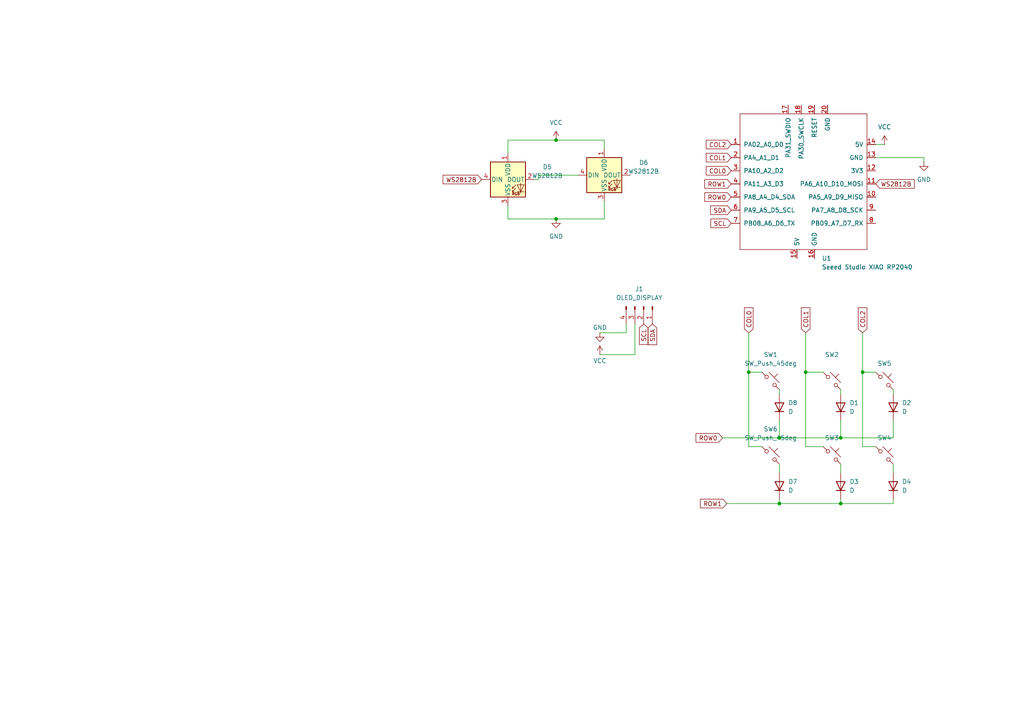
<source format=kicad_sch>
(kicad_sch
	(version 20250114)
	(generator "eeschema")
	(generator_version "9.0")
	(uuid "a86c7766-eda3-4d4e-9330-a791bcbcbf81")
	(paper "A4")
	(lib_symbols
		(symbol "Connector:Conn_01x04_Pin"
			(pin_names
				(offset 1.016)
				(hide yes)
			)
			(exclude_from_sim no)
			(in_bom yes)
			(on_board yes)
			(property "Reference" "J"
				(at 0 5.08 0)
				(effects
					(font
						(size 1.27 1.27)
					)
				)
			)
			(property "Value" "Conn_01x04_Pin"
				(at 0 -7.62 0)
				(effects
					(font
						(size 1.27 1.27)
					)
				)
			)
			(property "Footprint" ""
				(at 0 0 0)
				(effects
					(font
						(size 1.27 1.27)
					)
					(hide yes)
				)
			)
			(property "Datasheet" "~"
				(at 0 0 0)
				(effects
					(font
						(size 1.27 1.27)
					)
					(hide yes)
				)
			)
			(property "Description" "Generic connector, single row, 01x04, script generated"
				(at 0 0 0)
				(effects
					(font
						(size 1.27 1.27)
					)
					(hide yes)
				)
			)
			(property "ki_locked" ""
				(at 0 0 0)
				(effects
					(font
						(size 1.27 1.27)
					)
				)
			)
			(property "ki_keywords" "connector"
				(at 0 0 0)
				(effects
					(font
						(size 1.27 1.27)
					)
					(hide yes)
				)
			)
			(property "ki_fp_filters" "Connector*:*_1x??_*"
				(at 0 0 0)
				(effects
					(font
						(size 1.27 1.27)
					)
					(hide yes)
				)
			)
			(symbol "Conn_01x04_Pin_1_1"
				(rectangle
					(start 0.8636 2.667)
					(end 0 2.413)
					(stroke
						(width 0.1524)
						(type default)
					)
					(fill
						(type outline)
					)
				)
				(rectangle
					(start 0.8636 0.127)
					(end 0 -0.127)
					(stroke
						(width 0.1524)
						(type default)
					)
					(fill
						(type outline)
					)
				)
				(rectangle
					(start 0.8636 -2.413)
					(end 0 -2.667)
					(stroke
						(width 0.1524)
						(type default)
					)
					(fill
						(type outline)
					)
				)
				(rectangle
					(start 0.8636 -4.953)
					(end 0 -5.207)
					(stroke
						(width 0.1524)
						(type default)
					)
					(fill
						(type outline)
					)
				)
				(polyline
					(pts
						(xy 1.27 2.54) (xy 0.8636 2.54)
					)
					(stroke
						(width 0.1524)
						(type default)
					)
					(fill
						(type none)
					)
				)
				(polyline
					(pts
						(xy 1.27 0) (xy 0.8636 0)
					)
					(stroke
						(width 0.1524)
						(type default)
					)
					(fill
						(type none)
					)
				)
				(polyline
					(pts
						(xy 1.27 -2.54) (xy 0.8636 -2.54)
					)
					(stroke
						(width 0.1524)
						(type default)
					)
					(fill
						(type none)
					)
				)
				(polyline
					(pts
						(xy 1.27 -5.08) (xy 0.8636 -5.08)
					)
					(stroke
						(width 0.1524)
						(type default)
					)
					(fill
						(type none)
					)
				)
				(pin passive line
					(at 5.08 2.54 180)
					(length 3.81)
					(name "Pin_1"
						(effects
							(font
								(size 1.27 1.27)
							)
						)
					)
					(number "1"
						(effects
							(font
								(size 1.27 1.27)
							)
						)
					)
				)
				(pin passive line
					(at 5.08 0 180)
					(length 3.81)
					(name "Pin_2"
						(effects
							(font
								(size 1.27 1.27)
							)
						)
					)
					(number "2"
						(effects
							(font
								(size 1.27 1.27)
							)
						)
					)
				)
				(pin passive line
					(at 5.08 -2.54 180)
					(length 3.81)
					(name "Pin_3"
						(effects
							(font
								(size 1.27 1.27)
							)
						)
					)
					(number "3"
						(effects
							(font
								(size 1.27 1.27)
							)
						)
					)
				)
				(pin passive line
					(at 5.08 -5.08 180)
					(length 3.81)
					(name "Pin_4"
						(effects
							(font
								(size 1.27 1.27)
							)
						)
					)
					(number "4"
						(effects
							(font
								(size 1.27 1.27)
							)
						)
					)
				)
			)
			(embedded_fonts no)
		)
		(symbol "Device:D"
			(pin_numbers
				(hide yes)
			)
			(pin_names
				(offset 1.016)
				(hide yes)
			)
			(exclude_from_sim no)
			(in_bom yes)
			(on_board yes)
			(property "Reference" "D"
				(at 0 2.54 0)
				(effects
					(font
						(size 1.27 1.27)
					)
				)
			)
			(property "Value" "D"
				(at 0 -2.54 0)
				(effects
					(font
						(size 1.27 1.27)
					)
				)
			)
			(property "Footprint" ""
				(at 0 0 0)
				(effects
					(font
						(size 1.27 1.27)
					)
					(hide yes)
				)
			)
			(property "Datasheet" "~"
				(at 0 0 0)
				(effects
					(font
						(size 1.27 1.27)
					)
					(hide yes)
				)
			)
			(property "Description" "Diode"
				(at 0 0 0)
				(effects
					(font
						(size 1.27 1.27)
					)
					(hide yes)
				)
			)
			(property "Sim.Device" "D"
				(at 0 0 0)
				(effects
					(font
						(size 1.27 1.27)
					)
					(hide yes)
				)
			)
			(property "Sim.Pins" "1=K 2=A"
				(at 0 0 0)
				(effects
					(font
						(size 1.27 1.27)
					)
					(hide yes)
				)
			)
			(property "ki_keywords" "diode"
				(at 0 0 0)
				(effects
					(font
						(size 1.27 1.27)
					)
					(hide yes)
				)
			)
			(property "ki_fp_filters" "TO-???* *_Diode_* *SingleDiode* D_*"
				(at 0 0 0)
				(effects
					(font
						(size 1.27 1.27)
					)
					(hide yes)
				)
			)
			(symbol "D_0_1"
				(polyline
					(pts
						(xy -1.27 1.27) (xy -1.27 -1.27)
					)
					(stroke
						(width 0.254)
						(type default)
					)
					(fill
						(type none)
					)
				)
				(polyline
					(pts
						(xy 1.27 1.27) (xy 1.27 -1.27) (xy -1.27 0) (xy 1.27 1.27)
					)
					(stroke
						(width 0.254)
						(type default)
					)
					(fill
						(type none)
					)
				)
				(polyline
					(pts
						(xy 1.27 0) (xy -1.27 0)
					)
					(stroke
						(width 0)
						(type default)
					)
					(fill
						(type none)
					)
				)
			)
			(symbol "D_1_1"
				(pin passive line
					(at -3.81 0 0)
					(length 2.54)
					(name "K"
						(effects
							(font
								(size 1.27 1.27)
							)
						)
					)
					(number "1"
						(effects
							(font
								(size 1.27 1.27)
							)
						)
					)
				)
				(pin passive line
					(at 3.81 0 180)
					(length 2.54)
					(name "A"
						(effects
							(font
								(size 1.27 1.27)
							)
						)
					)
					(number "2"
						(effects
							(font
								(size 1.27 1.27)
							)
						)
					)
				)
			)
			(embedded_fonts no)
		)
		(symbol "LED:WS2812B"
			(pin_names
				(offset 0.254)
			)
			(exclude_from_sim no)
			(in_bom yes)
			(on_board yes)
			(property "Reference" "D"
				(at 5.08 5.715 0)
				(effects
					(font
						(size 1.27 1.27)
					)
					(justify right bottom)
				)
			)
			(property "Value" "WS2812B"
				(at 1.27 -5.715 0)
				(effects
					(font
						(size 1.27 1.27)
					)
					(justify left top)
				)
			)
			(property "Footprint" "LED_SMD:LED_WS2812B_PLCC4_5.0x5.0mm_P3.2mm"
				(at 1.27 -7.62 0)
				(effects
					(font
						(size 1.27 1.27)
					)
					(justify left top)
					(hide yes)
				)
			)
			(property "Datasheet" "https://cdn-shop.adafruit.com/datasheets/WS2812B.pdf"
				(at 2.54 -9.525 0)
				(effects
					(font
						(size 1.27 1.27)
					)
					(justify left top)
					(hide yes)
				)
			)
			(property "Description" "RGB LED with integrated controller"
				(at 0 0 0)
				(effects
					(font
						(size 1.27 1.27)
					)
					(hide yes)
				)
			)
			(property "ki_keywords" "RGB LED NeoPixel addressable"
				(at 0 0 0)
				(effects
					(font
						(size 1.27 1.27)
					)
					(hide yes)
				)
			)
			(property "ki_fp_filters" "LED*WS2812*PLCC*5.0x5.0mm*P3.2mm*"
				(at 0 0 0)
				(effects
					(font
						(size 1.27 1.27)
					)
					(hide yes)
				)
			)
			(symbol "WS2812B_0_0"
				(text "RGB"
					(at 2.286 -4.191 0)
					(effects
						(font
							(size 0.762 0.762)
						)
					)
				)
			)
			(symbol "WS2812B_0_1"
				(polyline
					(pts
						(xy 1.27 -2.54) (xy 1.778 -2.54)
					)
					(stroke
						(width 0)
						(type default)
					)
					(fill
						(type none)
					)
				)
				(polyline
					(pts
						(xy 1.27 -3.556) (xy 1.778 -3.556)
					)
					(stroke
						(width 0)
						(type default)
					)
					(fill
						(type none)
					)
				)
				(polyline
					(pts
						(xy 2.286 -1.524) (xy 1.27 -2.54) (xy 1.27 -2.032)
					)
					(stroke
						(width 0)
						(type default)
					)
					(fill
						(type none)
					)
				)
				(polyline
					(pts
						(xy 2.286 -2.54) (xy 1.27 -3.556) (xy 1.27 -3.048)
					)
					(stroke
						(width 0)
						(type default)
					)
					(fill
						(type none)
					)
				)
				(polyline
					(pts
						(xy 3.683 -1.016) (xy 3.683 -3.556) (xy 3.683 -4.064)
					)
					(stroke
						(width 0)
						(type default)
					)
					(fill
						(type none)
					)
				)
				(polyline
					(pts
						(xy 4.699 -1.524) (xy 2.667 -1.524) (xy 3.683 -3.556) (xy 4.699 -1.524)
					)
					(stroke
						(width 0)
						(type default)
					)
					(fill
						(type none)
					)
				)
				(polyline
					(pts
						(xy 4.699 -3.556) (xy 2.667 -3.556)
					)
					(stroke
						(width 0)
						(type default)
					)
					(fill
						(type none)
					)
				)
				(rectangle
					(start 5.08 5.08)
					(end -5.08 -5.08)
					(stroke
						(width 0.254)
						(type default)
					)
					(fill
						(type background)
					)
				)
			)
			(symbol "WS2812B_1_1"
				(pin input line
					(at -7.62 0 0)
					(length 2.54)
					(name "DIN"
						(effects
							(font
								(size 1.27 1.27)
							)
						)
					)
					(number "4"
						(effects
							(font
								(size 1.27 1.27)
							)
						)
					)
				)
				(pin power_in line
					(at 0 7.62 270)
					(length 2.54)
					(name "VDD"
						(effects
							(font
								(size 1.27 1.27)
							)
						)
					)
					(number "1"
						(effects
							(font
								(size 1.27 1.27)
							)
						)
					)
				)
				(pin power_in line
					(at 0 -7.62 90)
					(length 2.54)
					(name "VSS"
						(effects
							(font
								(size 1.27 1.27)
							)
						)
					)
					(number "3"
						(effects
							(font
								(size 1.27 1.27)
							)
						)
					)
				)
				(pin output line
					(at 7.62 0 180)
					(length 2.54)
					(name "DOUT"
						(effects
							(font
								(size 1.27 1.27)
							)
						)
					)
					(number "2"
						(effects
							(font
								(size 1.27 1.27)
							)
						)
					)
				)
			)
			(embedded_fonts no)
		)
		(symbol "Seeed_Studio_XIAO_Series:Seeed Studio XIAO SAMD21"
			(pin_names
				(offset 1.016)
			)
			(exclude_from_sim no)
			(in_bom yes)
			(on_board yes)
			(property "Reference" "U"
				(at -19.05 22.86 0)
				(effects
					(font
						(size 1.27 1.27)
					)
				)
			)
			(property "Value" "Seeed Studio XIAO SAMD21"
				(at -12.7 21.59 0)
				(effects
					(font
						(size 1.27 1.27)
					)
				)
			)
			(property "Footprint" ""
				(at -8.89 5.08 0)
				(effects
					(font
						(size 1.27 1.27)
					)
					(hide yes)
				)
			)
			(property "Datasheet" ""
				(at -8.89 5.08 0)
				(effects
					(font
						(size 1.27 1.27)
					)
					(hide yes)
				)
			)
			(property "Description" ""
				(at 0 0 0)
				(effects
					(font
						(size 1.27 1.27)
					)
					(hide yes)
				)
			)
			(symbol "Seeed Studio XIAO SAMD21_0_1"
				(rectangle
					(start -19.05 20.32)
					(end 17.78 -19.05)
					(stroke
						(width 0)
						(type default)
					)
					(fill
						(type none)
					)
				)
			)
			(symbol "Seeed Studio XIAO SAMD21_1_1"
				(pin unspecified line
					(at -21.59 11.43 0)
					(length 2.54)
					(name "PA02_A0_D0"
						(effects
							(font
								(size 1.27 1.27)
							)
						)
					)
					(number "1"
						(effects
							(font
								(size 1.27 1.27)
							)
						)
					)
				)
				(pin unspecified line
					(at -21.59 7.62 0)
					(length 2.54)
					(name "PA4_A1_D1"
						(effects
							(font
								(size 1.27 1.27)
							)
						)
					)
					(number "2"
						(effects
							(font
								(size 1.27 1.27)
							)
						)
					)
				)
				(pin unspecified line
					(at -21.59 3.81 0)
					(length 2.54)
					(name "PA10_A2_D2"
						(effects
							(font
								(size 1.27 1.27)
							)
						)
					)
					(number "3"
						(effects
							(font
								(size 1.27 1.27)
							)
						)
					)
				)
				(pin unspecified line
					(at -21.59 0 0)
					(length 2.54)
					(name "PA11_A3_D3"
						(effects
							(font
								(size 1.27 1.27)
							)
						)
					)
					(number "4"
						(effects
							(font
								(size 1.27 1.27)
							)
						)
					)
				)
				(pin unspecified line
					(at -21.59 -3.81 0)
					(length 2.54)
					(name "PA8_A4_D4_SDA"
						(effects
							(font
								(size 1.27 1.27)
							)
						)
					)
					(number "5"
						(effects
							(font
								(size 1.27 1.27)
							)
						)
					)
				)
				(pin unspecified line
					(at -21.59 -7.62 0)
					(length 2.54)
					(name "PA9_A5_D5_SCL"
						(effects
							(font
								(size 1.27 1.27)
							)
						)
					)
					(number "6"
						(effects
							(font
								(size 1.27 1.27)
							)
						)
					)
				)
				(pin unspecified line
					(at -21.59 -11.43 0)
					(length 2.54)
					(name "PB08_A6_D6_TX"
						(effects
							(font
								(size 1.27 1.27)
							)
						)
					)
					(number "7"
						(effects
							(font
								(size 1.27 1.27)
							)
						)
					)
				)
				(pin input line
					(at -5.08 22.86 270)
					(length 2.54)
					(name "PA31_SWDIO"
						(effects
							(font
								(size 1.27 1.27)
							)
						)
					)
					(number "17"
						(effects
							(font
								(size 1.27 1.27)
							)
						)
					)
				)
				(pin input line
					(at -2.54 -21.59 90)
					(length 2.54)
					(name "5V"
						(effects
							(font
								(size 1.27 1.27)
							)
						)
					)
					(number "15"
						(effects
							(font
								(size 1.27 1.27)
							)
						)
					)
				)
				(pin input line
					(at -1.27 22.86 270)
					(length 2.54)
					(name "PA30_SWCLK"
						(effects
							(font
								(size 1.27 1.27)
							)
						)
					)
					(number "18"
						(effects
							(font
								(size 1.27 1.27)
							)
						)
					)
				)
				(pin input line
					(at 2.54 22.86 270)
					(length 2.54)
					(name "RESET"
						(effects
							(font
								(size 1.27 1.27)
							)
						)
					)
					(number "19"
						(effects
							(font
								(size 1.27 1.27)
							)
						)
					)
				)
				(pin input line
					(at 2.54 -21.59 90)
					(length 2.54)
					(name "GND"
						(effects
							(font
								(size 1.27 1.27)
							)
						)
					)
					(number "16"
						(effects
							(font
								(size 1.27 1.27)
							)
						)
					)
				)
				(pin input line
					(at 6.35 22.86 270)
					(length 2.54)
					(name "GND"
						(effects
							(font
								(size 1.27 1.27)
							)
						)
					)
					(number "20"
						(effects
							(font
								(size 1.27 1.27)
							)
						)
					)
				)
				(pin unspecified line
					(at 20.32 11.43 180)
					(length 2.54)
					(name "5V"
						(effects
							(font
								(size 1.27 1.27)
							)
						)
					)
					(number "14"
						(effects
							(font
								(size 1.27 1.27)
							)
						)
					)
				)
				(pin unspecified line
					(at 20.32 7.62 180)
					(length 2.54)
					(name "GND"
						(effects
							(font
								(size 1.27 1.27)
							)
						)
					)
					(number "13"
						(effects
							(font
								(size 1.27 1.27)
							)
						)
					)
				)
				(pin unspecified line
					(at 20.32 3.81 180)
					(length 2.54)
					(name "3V3"
						(effects
							(font
								(size 1.27 1.27)
							)
						)
					)
					(number "12"
						(effects
							(font
								(size 1.27 1.27)
							)
						)
					)
				)
				(pin unspecified line
					(at 20.32 0 180)
					(length 2.54)
					(name "PA6_A10_D10_MOSI"
						(effects
							(font
								(size 1.27 1.27)
							)
						)
					)
					(number "11"
						(effects
							(font
								(size 1.27 1.27)
							)
						)
					)
				)
				(pin unspecified line
					(at 20.32 -3.81 180)
					(length 2.54)
					(name "PA5_A9_D9_MISO"
						(effects
							(font
								(size 1.27 1.27)
							)
						)
					)
					(number "10"
						(effects
							(font
								(size 1.27 1.27)
							)
						)
					)
				)
				(pin unspecified line
					(at 20.32 -7.62 180)
					(length 2.54)
					(name "PA7_A8_D8_SCK"
						(effects
							(font
								(size 1.27 1.27)
							)
						)
					)
					(number "9"
						(effects
							(font
								(size 1.27 1.27)
							)
						)
					)
				)
				(pin unspecified line
					(at 20.32 -11.43 180)
					(length 2.54)
					(name "PB09_A7_D7_RX"
						(effects
							(font
								(size 1.27 1.27)
							)
						)
					)
					(number "8"
						(effects
							(font
								(size 1.27 1.27)
							)
						)
					)
				)
			)
			(embedded_fonts no)
		)
		(symbol "Switch:SW_Push_45deg"
			(pin_numbers
				(hide yes)
			)
			(pin_names
				(offset 1.016)
				(hide yes)
			)
			(exclude_from_sim no)
			(in_bom yes)
			(on_board yes)
			(property "Reference" "SW"
				(at 3.048 1.016 0)
				(effects
					(font
						(size 1.27 1.27)
					)
					(justify left)
				)
			)
			(property "Value" "SW_Push_45deg"
				(at 0 -3.81 0)
				(effects
					(font
						(size 1.27 1.27)
					)
				)
			)
			(property "Footprint" ""
				(at 0 0 0)
				(effects
					(font
						(size 1.27 1.27)
					)
					(hide yes)
				)
			)
			(property "Datasheet" "~"
				(at 0 0 0)
				(effects
					(font
						(size 1.27 1.27)
					)
					(hide yes)
				)
			)
			(property "Description" "Push button switch, normally open, two pins, 45° tilted"
				(at 0 0 0)
				(effects
					(font
						(size 1.27 1.27)
					)
					(hide yes)
				)
			)
			(property "ki_keywords" "switch normally-open pushbutton push-button"
				(at 0 0 0)
				(effects
					(font
						(size 1.27 1.27)
					)
					(hide yes)
				)
			)
			(symbol "SW_Push_45deg_0_1"
				(polyline
					(pts
						(xy -2.54 2.54) (xy -1.524 1.524) (xy -1.524 1.524)
					)
					(stroke
						(width 0)
						(type default)
					)
					(fill
						(type none)
					)
				)
				(circle
					(center -1.1684 1.1684)
					(radius 0.508)
					(stroke
						(width 0)
						(type default)
					)
					(fill
						(type none)
					)
				)
				(polyline
					(pts
						(xy -0.508 2.54) (xy 2.54 -0.508)
					)
					(stroke
						(width 0)
						(type default)
					)
					(fill
						(type none)
					)
				)
				(polyline
					(pts
						(xy 1.016 1.016) (xy 2.032 2.032)
					)
					(stroke
						(width 0)
						(type default)
					)
					(fill
						(type none)
					)
				)
				(circle
					(center 1.143 -1.1938)
					(radius 0.508)
					(stroke
						(width 0)
						(type default)
					)
					(fill
						(type none)
					)
				)
				(polyline
					(pts
						(xy 1.524 -1.524) (xy 2.54 -2.54) (xy 2.54 -2.54) (xy 2.54 -2.54)
					)
					(stroke
						(width 0)
						(type default)
					)
					(fill
						(type none)
					)
				)
				(pin passive line
					(at -2.54 2.54 0)
					(length 0)
					(name "1"
						(effects
							(font
								(size 1.27 1.27)
							)
						)
					)
					(number "1"
						(effects
							(font
								(size 1.27 1.27)
							)
						)
					)
				)
				(pin passive line
					(at 2.54 -2.54 180)
					(length 0)
					(name "2"
						(effects
							(font
								(size 1.27 1.27)
							)
						)
					)
					(number "2"
						(effects
							(font
								(size 1.27 1.27)
							)
						)
					)
				)
			)
			(embedded_fonts no)
		)
		(symbol "power:GND"
			(power)
			(pin_numbers
				(hide yes)
			)
			(pin_names
				(offset 0)
				(hide yes)
			)
			(exclude_from_sim no)
			(in_bom yes)
			(on_board yes)
			(property "Reference" "#PWR"
				(at 0 -6.35 0)
				(effects
					(font
						(size 1.27 1.27)
					)
					(hide yes)
				)
			)
			(property "Value" "GND"
				(at 0 -3.81 0)
				(effects
					(font
						(size 1.27 1.27)
					)
				)
			)
			(property "Footprint" ""
				(at 0 0 0)
				(effects
					(font
						(size 1.27 1.27)
					)
					(hide yes)
				)
			)
			(property "Datasheet" ""
				(at 0 0 0)
				(effects
					(font
						(size 1.27 1.27)
					)
					(hide yes)
				)
			)
			(property "Description" "Power symbol creates a global label with name \"GND\" , ground"
				(at 0 0 0)
				(effects
					(font
						(size 1.27 1.27)
					)
					(hide yes)
				)
			)
			(property "ki_keywords" "global power"
				(at 0 0 0)
				(effects
					(font
						(size 1.27 1.27)
					)
					(hide yes)
				)
			)
			(symbol "GND_0_1"
				(polyline
					(pts
						(xy 0 0) (xy 0 -1.27) (xy 1.27 -1.27) (xy 0 -2.54) (xy -1.27 -1.27) (xy 0 -1.27)
					)
					(stroke
						(width 0)
						(type default)
					)
					(fill
						(type none)
					)
				)
			)
			(symbol "GND_1_1"
				(pin power_in line
					(at 0 0 270)
					(length 0)
					(name "~"
						(effects
							(font
								(size 1.27 1.27)
							)
						)
					)
					(number "1"
						(effects
							(font
								(size 1.27 1.27)
							)
						)
					)
				)
			)
			(embedded_fonts no)
		)
		(symbol "power:VCC"
			(power)
			(pin_numbers
				(hide yes)
			)
			(pin_names
				(offset 0)
				(hide yes)
			)
			(exclude_from_sim no)
			(in_bom yes)
			(on_board yes)
			(property "Reference" "#PWR"
				(at 0 -3.81 0)
				(effects
					(font
						(size 1.27 1.27)
					)
					(hide yes)
				)
			)
			(property "Value" "VCC"
				(at 0 3.556 0)
				(effects
					(font
						(size 1.27 1.27)
					)
				)
			)
			(property "Footprint" ""
				(at 0 0 0)
				(effects
					(font
						(size 1.27 1.27)
					)
					(hide yes)
				)
			)
			(property "Datasheet" ""
				(at 0 0 0)
				(effects
					(font
						(size 1.27 1.27)
					)
					(hide yes)
				)
			)
			(property "Description" "Power symbol creates a global label with name \"VCC\""
				(at 0 0 0)
				(effects
					(font
						(size 1.27 1.27)
					)
					(hide yes)
				)
			)
			(property "ki_keywords" "global power"
				(at 0 0 0)
				(effects
					(font
						(size 1.27 1.27)
					)
					(hide yes)
				)
			)
			(symbol "VCC_0_1"
				(polyline
					(pts
						(xy -0.762 1.27) (xy 0 2.54)
					)
					(stroke
						(width 0)
						(type default)
					)
					(fill
						(type none)
					)
				)
				(polyline
					(pts
						(xy 0 2.54) (xy 0.762 1.27)
					)
					(stroke
						(width 0)
						(type default)
					)
					(fill
						(type none)
					)
				)
				(polyline
					(pts
						(xy 0 0) (xy 0 2.54)
					)
					(stroke
						(width 0)
						(type default)
					)
					(fill
						(type none)
					)
				)
			)
			(symbol "VCC_1_1"
				(pin power_in line
					(at 0 0 90)
					(length 0)
					(name "~"
						(effects
							(font
								(size 1.27 1.27)
							)
						)
					)
					(number "1"
						(effects
							(font
								(size 1.27 1.27)
							)
						)
					)
				)
			)
			(embedded_fonts no)
		)
	)
	(junction
		(at 226.06 127)
		(diameter 0)
		(color 0 0 0 0)
		(uuid "0b3b8d42-0c64-4313-b03c-49a56cc51447")
	)
	(junction
		(at 161.29 40.64)
		(diameter 0)
		(color 0 0 0 0)
		(uuid "33b3539c-e60e-4085-814b-100f06fcb82a")
	)
	(junction
		(at 161.29 63.5)
		(diameter 0)
		(color 0 0 0 0)
		(uuid "6057b362-6678-47ef-8a43-0c80494af4a6")
	)
	(junction
		(at 250.19 107.95)
		(diameter 0)
		(color 0 0 0 0)
		(uuid "6cb1bada-3d81-4255-8d44-7ce3a90834e0")
	)
	(junction
		(at 217.17 107.95)
		(diameter 0)
		(color 0 0 0 0)
		(uuid "afec5702-824f-407e-844a-785a706506a3")
	)
	(junction
		(at 243.84 146.05)
		(diameter 0)
		(color 0 0 0 0)
		(uuid "b32dfc7e-9986-4e0c-a73d-e94414da1a67")
	)
	(junction
		(at 233.68 107.95)
		(diameter 0)
		(color 0 0 0 0)
		(uuid "d7b28c19-2a10-45fd-a4af-50452d7b4e79")
	)
	(junction
		(at 226.06 146.05)
		(diameter 0)
		(color 0 0 0 0)
		(uuid "df25f098-ede8-48ff-a62e-45bc9aac0537")
	)
	(junction
		(at 243.84 127)
		(diameter 0)
		(color 0 0 0 0)
		(uuid "e303f4d2-3772-4d19-85a3-8d9008d7b0f2")
	)
	(wire
		(pts
			(xy 267.97 46.99) (xy 267.97 45.72)
		)
		(stroke
			(width 0)
			(type default)
		)
		(uuid "07457a9c-44de-460f-a2e6-3954f2d615d5")
	)
	(wire
		(pts
			(xy 173.99 96.52) (xy 181.61 96.52)
		)
		(stroke
			(width 0)
			(type default)
		)
		(uuid "0d8a1e52-b528-43e7-9217-e95ef7365957")
	)
	(wire
		(pts
			(xy 226.06 121.92) (xy 226.06 127)
		)
		(stroke
			(width 0)
			(type default)
		)
		(uuid "12df7085-9c6b-48bc-b298-df53c44961af")
	)
	(wire
		(pts
			(xy 226.06 144.78) (xy 226.06 146.05)
		)
		(stroke
			(width 0)
			(type default)
		)
		(uuid "13d413d7-f375-441b-8a1d-abd5335d9f86")
	)
	(wire
		(pts
			(xy 259.08 121.92) (xy 259.08 127)
		)
		(stroke
			(width 0)
			(type default)
		)
		(uuid "1a2c9e12-d69e-4fac-9404-acdca103b197")
	)
	(wire
		(pts
			(xy 250.19 129.54) (xy 254 129.54)
		)
		(stroke
			(width 0)
			(type default)
		)
		(uuid "1c755f26-41a1-425c-a844-efc151ffc2e8")
	)
	(wire
		(pts
			(xy 175.26 40.64) (xy 161.29 40.64)
		)
		(stroke
			(width 0)
			(type default)
		)
		(uuid "218b02f0-f237-4925-ac42-74977bf63c3d")
	)
	(wire
		(pts
			(xy 226.06 127) (xy 243.84 127)
		)
		(stroke
			(width 0)
			(type default)
		)
		(uuid "2b8f12db-da3b-4e54-92ff-368e541f19a2")
	)
	(wire
		(pts
			(xy 210.82 146.05) (xy 226.06 146.05)
		)
		(stroke
			(width 0)
			(type default)
		)
		(uuid "3c60c0ff-607e-448b-8f26-78c485297200")
	)
	(wire
		(pts
			(xy 226.06 134.62) (xy 226.06 137.16)
		)
		(stroke
			(width 0)
			(type default)
		)
		(uuid "44e9246f-b69d-475d-96b7-8a601d89cfb8")
	)
	(wire
		(pts
			(xy 254 45.72) (xy 267.97 45.72)
		)
		(stroke
			(width 0)
			(type default)
		)
		(uuid "45709c8b-f6a5-4b9d-98d2-d05ab2b2f1cb")
	)
	(wire
		(pts
			(xy 243.84 121.92) (xy 243.84 127)
		)
		(stroke
			(width 0)
			(type default)
		)
		(uuid "5a33e39b-5627-4f0e-b57b-41278b614275")
	)
	(wire
		(pts
			(xy 147.32 40.64) (xy 161.29 40.64)
		)
		(stroke
			(width 0)
			(type default)
		)
		(uuid "5e621c99-dfe9-45b7-98ff-dcd1e77d9ca6")
	)
	(wire
		(pts
			(xy 147.32 63.5) (xy 161.29 63.5)
		)
		(stroke
			(width 0)
			(type default)
		)
		(uuid "60f54c2a-ecad-4026-b9a2-c725f9d1a7b8")
	)
	(wire
		(pts
			(xy 254 41.91) (xy 256.54 41.91)
		)
		(stroke
			(width 0)
			(type default)
		)
		(uuid "6457f061-2a2e-413e-ae1c-4e9aaffe3206")
	)
	(wire
		(pts
			(xy 259.08 146.05) (xy 259.08 144.78)
		)
		(stroke
			(width 0)
			(type default)
		)
		(uuid "71f6c601-d6bf-490a-b1e9-84d1521651d4")
	)
	(wire
		(pts
			(xy 243.84 144.78) (xy 243.84 146.05)
		)
		(stroke
			(width 0)
			(type default)
		)
		(uuid "7abfbf8e-94d4-4e94-a863-289a7fc2a827")
	)
	(wire
		(pts
			(xy 233.68 129.54) (xy 238.76 129.54)
		)
		(stroke
			(width 0)
			(type default)
		)
		(uuid "7bf46e4f-e0c7-44fa-9f4f-9f258f3554ab")
	)
	(wire
		(pts
			(xy 250.19 107.95) (xy 250.19 96.52)
		)
		(stroke
			(width 0)
			(type default)
		)
		(uuid "7cfa4cdf-ee4f-4442-9d43-f1cc4d1138e3")
	)
	(wire
		(pts
			(xy 243.84 146.05) (xy 259.08 146.05)
		)
		(stroke
			(width 0)
			(type default)
		)
		(uuid "7df91597-4a49-4da0-88bb-37625a3f547b")
	)
	(wire
		(pts
			(xy 220.98 129.54) (xy 217.17 129.54)
		)
		(stroke
			(width 0)
			(type default)
		)
		(uuid "873d47ba-b9e9-45e4-88c8-48e9d9e53856")
	)
	(wire
		(pts
			(xy 181.61 96.52) (xy 181.61 93.98)
		)
		(stroke
			(width 0)
			(type default)
		)
		(uuid "87a1fcd6-66be-4c92-ae01-96fe63bc7981")
	)
	(wire
		(pts
			(xy 250.19 107.95) (xy 254 107.95)
		)
		(stroke
			(width 0)
			(type default)
		)
		(uuid "88d71b37-a300-48d2-9765-956d1d805912")
	)
	(wire
		(pts
			(xy 233.68 107.95) (xy 238.76 107.95)
		)
		(stroke
			(width 0)
			(type default)
		)
		(uuid "9d73fc29-56e3-4834-9b72-0440b52db454")
	)
	(wire
		(pts
			(xy 147.32 40.64) (xy 147.32 44.45)
		)
		(stroke
			(width 0)
			(type default)
		)
		(uuid "a0235988-e570-4757-8c67-caac3d2c6bfa")
	)
	(wire
		(pts
			(xy 175.26 40.64) (xy 175.26 43.18)
		)
		(stroke
			(width 0)
			(type default)
		)
		(uuid "a1ce6e47-f1b0-4fc0-98be-687e1b41ae96")
	)
	(wire
		(pts
			(xy 156.21 52.07) (xy 156.21 50.8)
		)
		(stroke
			(width 0)
			(type default)
		)
		(uuid "a1d802dd-5a5b-43bf-b646-c3ef67caccf8")
	)
	(wire
		(pts
			(xy 233.68 107.95) (xy 233.68 129.54)
		)
		(stroke
			(width 0)
			(type default)
		)
		(uuid "a657496e-1117-4da8-87b6-e07f1d5a3418")
	)
	(wire
		(pts
			(xy 233.68 96.52) (xy 233.68 107.95)
		)
		(stroke
			(width 0)
			(type default)
		)
		(uuid "b32ce479-fc1e-4453-918d-793a058aecb5")
	)
	(wire
		(pts
			(xy 156.21 50.8) (xy 167.64 50.8)
		)
		(stroke
			(width 0)
			(type default)
		)
		(uuid "b8404acd-c86f-4bf1-915f-b87c9b4ecc40")
	)
	(wire
		(pts
			(xy 243.84 127) (xy 259.08 127)
		)
		(stroke
			(width 0)
			(type default)
		)
		(uuid "bd10c945-9a6d-4a48-b465-aef9d516727b")
	)
	(wire
		(pts
			(xy 243.84 137.16) (xy 243.84 134.62)
		)
		(stroke
			(width 0)
			(type default)
		)
		(uuid "c0dcd571-0584-4b0f-b26d-efe415ab8d1f")
	)
	(wire
		(pts
			(xy 250.19 107.95) (xy 250.19 129.54)
		)
		(stroke
			(width 0)
			(type default)
		)
		(uuid "c2904070-b3ff-456a-9b92-172a9029b5d2")
	)
	(wire
		(pts
			(xy 175.26 58.42) (xy 175.26 63.5)
		)
		(stroke
			(width 0)
			(type default)
		)
		(uuid "c2c2e6e0-372f-4996-883c-09e79c444206")
	)
	(wire
		(pts
			(xy 217.17 107.95) (xy 217.17 129.54)
		)
		(stroke
			(width 0)
			(type default)
		)
		(uuid "c324ea24-1334-4c01-89af-142acd83bca8")
	)
	(wire
		(pts
			(xy 154.94 52.07) (xy 156.21 52.07)
		)
		(stroke
			(width 0)
			(type default)
		)
		(uuid "c67c9eeb-7d29-421b-b9eb-4e0091e543c5")
	)
	(wire
		(pts
			(xy 209.55 127) (xy 226.06 127)
		)
		(stroke
			(width 0)
			(type default)
		)
		(uuid "c6d072b0-29eb-4b15-9dc6-66cbc689c265")
	)
	(wire
		(pts
			(xy 217.17 107.95) (xy 220.98 107.95)
		)
		(stroke
			(width 0)
			(type default)
		)
		(uuid "d414ee97-3f68-4153-bdf1-cda928bb6726")
	)
	(wire
		(pts
			(xy 147.32 63.5) (xy 147.32 59.69)
		)
		(stroke
			(width 0)
			(type default)
		)
		(uuid "d8ed9ca6-2ed1-4d92-9c85-7362e70703ce")
	)
	(wire
		(pts
			(xy 161.29 63.5) (xy 175.26 63.5)
		)
		(stroke
			(width 0)
			(type default)
		)
		(uuid "d92a24c7-d4de-401d-80e1-5a371cbd72b3")
	)
	(wire
		(pts
			(xy 226.06 146.05) (xy 243.84 146.05)
		)
		(stroke
			(width 0)
			(type default)
		)
		(uuid "dbca9468-a7d5-4a35-af49-f1f3afb7410b")
	)
	(wire
		(pts
			(xy 243.84 114.3) (xy 243.84 113.03)
		)
		(stroke
			(width 0)
			(type default)
		)
		(uuid "e1967ce2-f385-4ffc-8ffb-808effd13aed")
	)
	(wire
		(pts
			(xy 184.15 102.87) (xy 184.15 93.98)
		)
		(stroke
			(width 0)
			(type default)
		)
		(uuid "e9fc2dfe-de78-4d20-895d-aa4209d1f8f8")
	)
	(wire
		(pts
			(xy 173.99 102.87) (xy 184.15 102.87)
		)
		(stroke
			(width 0)
			(type default)
		)
		(uuid "ea50bcf7-4a88-43a8-b22c-42d86fe2f2d0")
	)
	(wire
		(pts
			(xy 226.06 113.03) (xy 226.06 114.3)
		)
		(stroke
			(width 0)
			(type default)
		)
		(uuid "f152f156-22a4-49ed-bf2b-1180d21ea089")
	)
	(wire
		(pts
			(xy 217.17 96.52) (xy 217.17 107.95)
		)
		(stroke
			(width 0)
			(type default)
		)
		(uuid "fbabc909-13e1-401d-a76d-c0d6417e79e9")
	)
	(wire
		(pts
			(xy 259.08 134.62) (xy 259.08 137.16)
		)
		(stroke
			(width 0)
			(type default)
		)
		(uuid "fdb68a10-3c29-46f3-852c-a85085d89a23")
	)
	(wire
		(pts
			(xy 259.08 113.03) (xy 259.08 114.3)
		)
		(stroke
			(width 0)
			(type default)
		)
		(uuid "ffc04756-30ad-4a77-93b9-44a8ae844454")
	)
	(global_label "ROW1"
		(shape input)
		(at 212.09 53.34 180)
		(fields_autoplaced yes)
		(effects
			(font
				(size 1.27 1.27)
			)
			(justify right)
		)
		(uuid "10ab9103-a544-472c-aba0-5324bb98e37d")
		(property "Intersheetrefs" "${INTERSHEET_REFS}"
			(at 203.8434 53.34 0)
			(effects
				(font
					(size 1.27 1.27)
				)
				(justify right)
				(hide yes)
			)
		)
	)
	(global_label "ROW1"
		(shape input)
		(at 210.82 146.05 180)
		(fields_autoplaced yes)
		(effects
			(font
				(size 1.27 1.27)
			)
			(justify right)
		)
		(uuid "128698cc-24af-47bb-9468-79a3f32d3c25")
		(property "Intersheetrefs" "${INTERSHEET_REFS}"
			(at 202.5734 146.05 0)
			(effects
				(font
					(size 1.27 1.27)
				)
				(justify right)
				(hide yes)
			)
		)
	)
	(global_label "SDA"
		(shape input)
		(at 212.09 60.96 180)
		(fields_autoplaced yes)
		(effects
			(font
				(size 1.27 1.27)
			)
			(justify right)
		)
		(uuid "19f8540c-9134-4138-b693-38a0c31b9aa4")
		(property "Intersheetrefs" "${INTERSHEET_REFS}"
			(at 205.5367 60.96 0)
			(effects
				(font
					(size 1.27 1.27)
				)
				(justify right)
				(hide yes)
			)
		)
	)
	(global_label "ROW0"
		(shape input)
		(at 212.09 57.15 180)
		(fields_autoplaced yes)
		(effects
			(font
				(size 1.27 1.27)
			)
			(justify right)
		)
		(uuid "1af1b9bf-5bc1-449c-b406-591ba0bdbe28")
		(property "Intersheetrefs" "${INTERSHEET_REFS}"
			(at 203.8434 57.15 0)
			(effects
				(font
					(size 1.27 1.27)
				)
				(justify right)
				(hide yes)
			)
		)
	)
	(global_label "WS2812B"
		(shape input)
		(at 139.7 52.07 180)
		(effects
			(font
				(size 1.27 1.27)
			)
			(justify right)
		)
		(uuid "2c8f3aee-f94e-4850-b27a-0b2496f2f7d2")
		(property "Intersheetrefs" "${INTERSHEET_REFS}"
			(at 131.7559 52.07 0)
			(effects
				(font
					(size 1.27 1.27)
				)
				(justify right)
				(hide yes)
			)
		)
	)
	(global_label "SCL"
		(shape input)
		(at 186.69 93.98 270)
		(fields_autoplaced yes)
		(effects
			(font
				(size 1.27 1.27)
			)
			(justify right)
		)
		(uuid "2e1a27c7-795c-4ae9-b634-9c83502dac68")
		(property "Intersheetrefs" "${INTERSHEET_REFS}"
			(at 186.69 100.4728 90)
			(effects
				(font
					(size 1.27 1.27)
				)
				(justify right)
				(hide yes)
			)
		)
	)
	(global_label "WS2812B"
		(shape input)
		(at 254 53.34 0)
		(fields_autoplaced yes)
		(effects
			(font
				(size 1.27 1.27)
			)
			(justify left)
		)
		(uuid "406e896e-5c76-4d4b-8b52-a1c703066510")
		(property "Intersheetrefs" "${INTERSHEET_REFS}"
			(at 265.7541 53.34 0)
			(effects
				(font
					(size 1.27 1.27)
				)
				(justify left)
				(hide yes)
			)
		)
	)
	(global_label "ROW0"
		(shape input)
		(at 209.55 127 180)
		(fields_autoplaced yes)
		(effects
			(font
				(size 1.27 1.27)
			)
			(justify right)
		)
		(uuid "40b68d33-ed20-4303-8372-df95931423ec")
		(property "Intersheetrefs" "${INTERSHEET_REFS}"
			(at 201.3034 127 0)
			(effects
				(font
					(size 1.27 1.27)
				)
				(justify right)
				(hide yes)
			)
		)
	)
	(global_label "SCL"
		(shape input)
		(at 212.09 64.77 180)
		(fields_autoplaced yes)
		(effects
			(font
				(size 1.27 1.27)
			)
			(justify right)
		)
		(uuid "419cade6-f4f8-4f25-8f5c-20eb570d5788")
		(property "Intersheetrefs" "${INTERSHEET_REFS}"
			(at 205.5972 64.77 0)
			(effects
				(font
					(size 1.27 1.27)
				)
				(justify right)
				(hide yes)
			)
		)
	)
	(global_label "COL1"
		(shape input)
		(at 233.68 96.52 90)
		(fields_autoplaced yes)
		(effects
			(font
				(size 1.27 1.27)
			)
			(justify left)
		)
		(uuid "504d8978-242e-4c81-9d8d-fe18b4f99e0f")
		(property "Intersheetrefs" "${INTERSHEET_REFS}"
			(at 233.68 88.6967 90)
			(effects
				(font
					(size 1.27 1.27)
				)
				(justify left)
				(hide yes)
			)
		)
	)
	(global_label "COL2"
		(shape input)
		(at 212.09 41.91 180)
		(fields_autoplaced yes)
		(effects
			(font
				(size 1.27 1.27)
			)
			(justify right)
		)
		(uuid "553f5001-b4e8-4e34-90b0-7007b8cf7f25")
		(property "Intersheetrefs" "${INTERSHEET_REFS}"
			(at 204.2667 41.91 0)
			(effects
				(font
					(size 1.27 1.27)
				)
				(justify right)
				(hide yes)
			)
		)
	)
	(global_label "COL1"
		(shape input)
		(at 212.09 45.72 180)
		(fields_autoplaced yes)
		(effects
			(font
				(size 1.27 1.27)
			)
			(justify right)
		)
		(uuid "7158b282-e844-4c67-aef3-f629a6979c09")
		(property "Intersheetrefs" "${INTERSHEET_REFS}"
			(at 204.2667 45.72 0)
			(effects
				(font
					(size 1.27 1.27)
				)
				(justify right)
				(hide yes)
			)
		)
	)
	(global_label "SDA"
		(shape input)
		(at 189.23 93.98 270)
		(fields_autoplaced yes)
		(effects
			(font
				(size 1.27 1.27)
			)
			(justify right)
		)
		(uuid "7c094965-248e-43c5-8479-7c57cab10fdd")
		(property "Intersheetrefs" "${INTERSHEET_REFS}"
			(at 189.23 100.5333 90)
			(effects
				(font
					(size 1.27 1.27)
				)
				(justify right)
				(hide yes)
			)
		)
	)
	(global_label "COL0"
		(shape input)
		(at 217.17 96.52 90)
		(fields_autoplaced yes)
		(effects
			(font
				(size 1.27 1.27)
			)
			(justify left)
		)
		(uuid "7cdd8e50-9e30-4fb6-bd23-ef852841c8f3")
		(property "Intersheetrefs" "${INTERSHEET_REFS}"
			(at 217.17 88.6967 90)
			(effects
				(font
					(size 1.27 1.27)
				)
				(justify left)
				(hide yes)
			)
		)
	)
	(global_label "COL2"
		(shape input)
		(at 250.19 96.52 90)
		(fields_autoplaced yes)
		(effects
			(font
				(size 1.27 1.27)
			)
			(justify left)
		)
		(uuid "f518aed9-a95b-4848-bc2f-7b93266ba928")
		(property "Intersheetrefs" "${INTERSHEET_REFS}"
			(at 250.19 88.6967 90)
			(effects
				(font
					(size 1.27 1.27)
				)
				(justify left)
				(hide yes)
			)
		)
	)
	(global_label "COL0"
		(shape input)
		(at 212.09 49.53 180)
		(fields_autoplaced yes)
		(effects
			(font
				(size 1.27 1.27)
			)
			(justify right)
		)
		(uuid "f9629431-1ea5-4cab-aeaf-d792e57f0575")
		(property "Intersheetrefs" "${INTERSHEET_REFS}"
			(at 204.2667 49.53 0)
			(effects
				(font
					(size 1.27 1.27)
				)
				(justify right)
				(hide yes)
			)
		)
	)
	(symbol
		(lib_id "Device:D")
		(at 259.08 118.11 90)
		(unit 1)
		(exclude_from_sim no)
		(in_bom yes)
		(on_board yes)
		(dnp no)
		(fields_autoplaced yes)
		(uuid "1b8111b6-5ee1-4967-ad71-226bcdc46624")
		(property "Reference" "D2"
			(at 261.62 116.8399 90)
			(effects
				(font
					(size 1.27 1.27)
				)
				(justify right)
			)
		)
		(property "Value" "D"
			(at 261.62 119.3799 90)
			(effects
				(font
					(size 1.27 1.27)
				)
				(justify right)
			)
		)
		(property "Footprint" "Diode_THT:D_DO-35_SOD27_P7.62mm_Horizontal"
			(at 259.08 118.11 0)
			(effects
				(font
					(size 1.27 1.27)
				)
				(hide yes)
			)
		)
		(property "Datasheet" "~"
			(at 259.08 118.11 0)
			(effects
				(font
					(size 1.27 1.27)
				)
				(hide yes)
			)
		)
		(property "Description" "Diode"
			(at 259.08 118.11 0)
			(effects
				(font
					(size 1.27 1.27)
				)
				(hide yes)
			)
		)
		(property "Sim.Device" "D"
			(at 259.08 118.11 0)
			(effects
				(font
					(size 1.27 1.27)
				)
				(hide yes)
			)
		)
		(property "Sim.Pins" "1=K 2=A"
			(at 259.08 118.11 0)
			(effects
				(font
					(size 1.27 1.27)
				)
				(hide yes)
			)
		)
		(pin "2"
			(uuid "98bc29af-8231-4192-a8c9-f222a8739fe8")
		)
		(pin "1"
			(uuid "a7173550-edc6-4d70-b699-db4675a29b3c")
		)
		(instances
			(project "sigmapad_pcb (2)"
				(path "/a86c7766-eda3-4d4e-9330-a791bcbcbf81"
					(reference "D2")
					(unit 1)
				)
			)
		)
	)
	(symbol
		(lib_id "Seeed_Studio_XIAO_Series:Seeed Studio XIAO SAMD21")
		(at 233.68 53.34 0)
		(unit 1)
		(exclude_from_sim no)
		(in_bom yes)
		(on_board yes)
		(dnp no)
		(fields_autoplaced yes)
		(uuid "2ff0ac81-a7cc-4949-89ae-1b7dcceb15ad")
		(property "Reference" "U1"
			(at 238.3633 74.93 0)
			(effects
				(font
					(size 1.27 1.27)
				)
				(justify left)
			)
		)
		(property "Value" "Seeed Studio XIAO RP2040"
			(at 238.3633 77.47 0)
			(effects
				(font
					(size 1.27 1.27)
				)
				(justify left)
			)
		)
		(property "Footprint" "Seeed Studio XIAO Series Library:XIAO-RP2040-SMD"
			(at 224.79 48.26 0)
			(effects
				(font
					(size 1.27 1.27)
				)
				(hide yes)
			)
		)
		(property "Datasheet" ""
			(at 224.79 48.26 0)
			(effects
				(font
					(size 1.27 1.27)
				)
				(hide yes)
			)
		)
		(property "Description" ""
			(at 233.68 53.34 0)
			(effects
				(font
					(size 1.27 1.27)
				)
				(hide yes)
			)
		)
		(pin "7"
			(uuid "2cf73d7b-18a0-48c0-b6ad-7c578d09a159")
		)
		(pin "3"
			(uuid "d07d5f8b-6234-4c7c-9554-3539b1910769")
		)
		(pin "18"
			(uuid "f29c953d-95ef-4751-b43d-e9022acba5a3")
		)
		(pin "5"
			(uuid "940e1e3b-6745-433b-98c4-df3cc3ee0818")
		)
		(pin "19"
			(uuid "59ad9cb1-0439-4ec9-8023-e2ec1800c06a")
		)
		(pin "4"
			(uuid "6f6d7858-79ab-430f-88d1-f9eff74f2f95")
		)
		(pin "20"
			(uuid "7e516b80-9b93-4a5f-8cf4-f3705d76716b")
		)
		(pin "17"
			(uuid "9ff7777d-7d6f-4fc1-9409-4ba7711cc678")
		)
		(pin "2"
			(uuid "3b18361b-457d-4224-b828-6a04fbdede9e")
		)
		(pin "6"
			(uuid "02bb43ed-ec8b-463e-bb2e-8e956bf74f09")
		)
		(pin "8"
			(uuid "ba7bee5a-e499-4167-b982-e88276709a7f")
		)
		(pin "1"
			(uuid "138e4a3c-7918-4fa2-a9d3-6ab057c0b93c")
		)
		(pin "10"
			(uuid "f0d99179-ebca-4d62-af5a-f4bfff460f1b")
		)
		(pin "11"
			(uuid "3973656c-72bb-4713-87eb-2c53ef56d0bd")
		)
		(pin "15"
			(uuid "3d1ff4e6-1d59-4cd8-bbd4-79d1542fd833")
		)
		(pin "12"
			(uuid "a9412a99-0b7c-470a-a906-70bae6856b89")
		)
		(pin "13"
			(uuid "18206cf8-f68b-4910-b4b8-f569f9a5c471")
		)
		(pin "14"
			(uuid "edbf9be2-6ce3-43a7-8c35-0f4b6934746a")
		)
		(pin "9"
			(uuid "c01d0072-e5e8-4381-89ee-5924e6ee3e68")
		)
		(pin "16"
			(uuid "49d79189-914a-45cc-938e-6949774ef2a9")
		)
		(instances
			(project "sigmapad_pcb (2)"
				(path "/a86c7766-eda3-4d4e-9330-a791bcbcbf81"
					(reference "U1")
					(unit 1)
				)
			)
		)
	)
	(symbol
		(lib_id "power:GND")
		(at 173.99 96.52 0)
		(unit 1)
		(exclude_from_sim no)
		(in_bom yes)
		(on_board yes)
		(dnp no)
		(uuid "3ce3ec76-219b-49ca-a4aa-519bd6991a20")
		(property "Reference" "#PWR04"
			(at 173.99 102.87 0)
			(effects
				(font
					(size 1.27 1.27)
				)
				(hide yes)
			)
		)
		(property "Value" "GND"
			(at 173.99 94.996 0)
			(effects
				(font
					(size 1.27 1.27)
				)
			)
		)
		(property "Footprint" ""
			(at 173.99 96.52 0)
			(effects
				(font
					(size 1.27 1.27)
				)
				(hide yes)
			)
		)
		(property "Datasheet" ""
			(at 173.99 96.52 0)
			(effects
				(font
					(size 1.27 1.27)
				)
				(hide yes)
			)
		)
		(property "Description" "Power symbol creates a global label with name \"GND\" , ground"
			(at 173.99 96.52 0)
			(effects
				(font
					(size 1.27 1.27)
				)
				(hide yes)
			)
		)
		(pin "1"
			(uuid "75a45ce0-0251-4344-af0a-7097ea942cfb")
		)
		(instances
			(project "sigmapad_pcb (2)"
				(path "/a86c7766-eda3-4d4e-9330-a791bcbcbf81"
					(reference "#PWR04")
					(unit 1)
				)
			)
		)
	)
	(symbol
		(lib_id "LED:WS2812B")
		(at 175.26 50.8 0)
		(unit 1)
		(exclude_from_sim no)
		(in_bom yes)
		(on_board yes)
		(dnp no)
		(fields_autoplaced yes)
		(uuid "43612a65-c721-4ebd-be2c-baea73666282")
		(property "Reference" "D6"
			(at 186.69 47.152 0)
			(effects
				(font
					(size 1.27 1.27)
				)
			)
		)
		(property "Value" "WS2812B"
			(at 186.69 49.692 0)
			(effects
				(font
					(size 1.27 1.27)
				)
			)
		)
		(property "Footprint" "LED_SMD:LED_WS2812B_PLCC4_5.0x5.0mm_P3.2mm"
			(at 176.53 58.42 0)
			(effects
				(font
					(size 1.27 1.27)
				)
				(justify left top)
				(hide yes)
			)
		)
		(property "Datasheet" "https://cdn-shop.adafruit.com/datasheets/WS2812B.pdf"
			(at 177.8 60.325 0)
			(effects
				(font
					(size 1.27 1.27)
				)
				(justify left top)
				(hide yes)
			)
		)
		(property "Description" "RGB LED with integrated controller"
			(at 175.26 50.8 0)
			(effects
				(font
					(size 1.27 1.27)
				)
				(hide yes)
			)
		)
		(pin "1"
			(uuid "9a720086-1217-4d94-a158-81b4ca48b3eb")
		)
		(pin "2"
			(uuid "9ecc52d0-4440-4131-ad7e-c16ca1532f22")
		)
		(pin "3"
			(uuid "e6a10253-7863-4a29-bdbe-226b910334df")
		)
		(pin "4"
			(uuid "5a35e91c-fc08-44c7-9f4e-a7db4eb49d97")
		)
		(instances
			(project "sigmapad_pcb (2)"
				(path "/a86c7766-eda3-4d4e-9330-a791bcbcbf81"
					(reference "D6")
					(unit 1)
				)
			)
		)
	)
	(symbol
		(lib_id "Switch:SW_Push_45deg")
		(at 223.52 132.08 0)
		(unit 1)
		(exclude_from_sim no)
		(in_bom yes)
		(on_board yes)
		(dnp no)
		(fields_autoplaced yes)
		(uuid "4b576d89-f844-43ed-9906-2474fd561760")
		(property "Reference" "SW6"
			(at 223.52 124.46 0)
			(effects
				(font
					(size 1.27 1.27)
				)
			)
		)
		(property "Value" "SW_Push_45deg"
			(at 223.52 127 0)
			(effects
				(font
					(size 1.27 1.27)
				)
			)
		)
		(property "Footprint" "MX_Solderable:MX-Solderable-1U"
			(at 223.52 132.08 0)
			(effects
				(font
					(size 1.27 1.27)
				)
				(hide yes)
			)
		)
		(property "Datasheet" "~"
			(at 223.52 132.08 0)
			(effects
				(font
					(size 1.27 1.27)
				)
				(hide yes)
			)
		)
		(property "Description" "Push button switch, normally open, two pins, 45° tilted"
			(at 223.52 132.08 0)
			(effects
				(font
					(size 1.27 1.27)
				)
				(hide yes)
			)
		)
		(pin "1"
			(uuid "79b91ed4-b5e0-4647-a3eb-1790c164fa14")
		)
		(pin "2"
			(uuid "2202eb9a-e752-49eb-af1d-be281f549f0c")
		)
		(instances
			(project "sigmapad_pcb (2)"
				(path "/a86c7766-eda3-4d4e-9330-a791bcbcbf81"
					(reference "SW6")
					(unit 1)
				)
			)
		)
	)
	(symbol
		(lib_id "Device:D")
		(at 259.08 140.97 90)
		(unit 1)
		(exclude_from_sim no)
		(in_bom yes)
		(on_board yes)
		(dnp no)
		(fields_autoplaced yes)
		(uuid "54f86cd4-50fe-45fc-9562-7693be5bdf62")
		(property "Reference" "D4"
			(at 261.62 139.6999 90)
			(effects
				(font
					(size 1.27 1.27)
				)
				(justify right)
			)
		)
		(property "Value" "D"
			(at 261.62 142.2399 90)
			(effects
				(font
					(size 1.27 1.27)
				)
				(justify right)
			)
		)
		(property "Footprint" "Diode_THT:D_DO-35_SOD27_P7.62mm_Horizontal"
			(at 259.08 140.97 0)
			(effects
				(font
					(size 1.27 1.27)
				)
				(hide yes)
			)
		)
		(property "Datasheet" "~"
			(at 259.08 140.97 0)
			(effects
				(font
					(size 1.27 1.27)
				)
				(hide yes)
			)
		)
		(property "Description" "Diode"
			(at 259.08 140.97 0)
			(effects
				(font
					(size 1.27 1.27)
				)
				(hide yes)
			)
		)
		(property "Sim.Device" "D"
			(at 259.08 140.97 0)
			(effects
				(font
					(size 1.27 1.27)
				)
				(hide yes)
			)
		)
		(property "Sim.Pins" "1=K 2=A"
			(at 259.08 140.97 0)
			(effects
				(font
					(size 1.27 1.27)
				)
				(hide yes)
			)
		)
		(pin "1"
			(uuid "946698e3-d170-479f-b817-6d6057f15a37")
		)
		(pin "2"
			(uuid "4c57ce9a-58be-4a54-9bff-a1d40427886f")
		)
		(instances
			(project "sigmapad_pcb (2)"
				(path "/a86c7766-eda3-4d4e-9330-a791bcbcbf81"
					(reference "D4")
					(unit 1)
				)
			)
		)
	)
	(symbol
		(lib_id "Switch:SW_Push_45deg")
		(at 256.54 132.08 0)
		(unit 1)
		(exclude_from_sim no)
		(in_bom yes)
		(on_board yes)
		(dnp no)
		(fields_autoplaced yes)
		(uuid "5a86debc-c975-4c65-af7b-bd56767a3642")
		(property "Reference" "SW4"
			(at 256.54 127 0)
			(effects
				(font
					(size 1.27 1.27)
				)
			)
		)
		(property "Value" "SW_Push_45deg"
			(at 256.54 127 0)
			(effects
				(font
					(size 1.27 1.27)
				)
				(hide yes)
			)
		)
		(property "Footprint" "MX_Solderable:MX-Solderable-1U"
			(at 256.54 132.08 0)
			(effects
				(font
					(size 1.27 1.27)
				)
				(hide yes)
			)
		)
		(property "Datasheet" "~"
			(at 256.54 132.08 0)
			(effects
				(font
					(size 1.27 1.27)
				)
				(hide yes)
			)
		)
		(property "Description" "Push button switch, normally open, two pins, 45° tilted"
			(at 256.54 132.08 0)
			(effects
				(font
					(size 1.27 1.27)
				)
				(hide yes)
			)
		)
		(pin "1"
			(uuid "323654bd-4c95-498a-a1d0-728b624124b2")
		)
		(pin "2"
			(uuid "5cc30e0c-04f1-4bd0-bd9c-7934135e7d1b")
		)
		(instances
			(project "sigmapad_pcb (2)"
				(path "/a86c7766-eda3-4d4e-9330-a791bcbcbf81"
					(reference "SW4")
					(unit 1)
				)
			)
		)
	)
	(symbol
		(lib_id "power:VCC")
		(at 256.54 41.91 0)
		(unit 1)
		(exclude_from_sim no)
		(in_bom yes)
		(on_board yes)
		(dnp no)
		(fields_autoplaced yes)
		(uuid "60269d05-aefc-4e4d-b2dd-d0d75b926e99")
		(property "Reference" "#PWR02"
			(at 256.54 45.72 0)
			(effects
				(font
					(size 1.27 1.27)
				)
				(hide yes)
			)
		)
		(property "Value" "VCC"
			(at 256.54 36.83 0)
			(effects
				(font
					(size 1.27 1.27)
				)
			)
		)
		(property "Footprint" ""
			(at 256.54 41.91 0)
			(effects
				(font
					(size 1.27 1.27)
				)
				(hide yes)
			)
		)
		(property "Datasheet" ""
			(at 256.54 41.91 0)
			(effects
				(font
					(size 1.27 1.27)
				)
				(hide yes)
			)
		)
		(property "Description" "Power symbol creates a global label with name \"VCC\""
			(at 256.54 41.91 0)
			(effects
				(font
					(size 1.27 1.27)
				)
				(hide yes)
			)
		)
		(pin "1"
			(uuid "72d421fb-52ae-4d80-b231-192104dc9408")
		)
		(instances
			(project "sigmapad_pcb (2)"
				(path "/a86c7766-eda3-4d4e-9330-a791bcbcbf81"
					(reference "#PWR02")
					(unit 1)
				)
			)
		)
	)
	(symbol
		(lib_id "Switch:SW_Push_45deg")
		(at 241.3 110.49 0)
		(unit 1)
		(exclude_from_sim no)
		(in_bom yes)
		(on_board yes)
		(dnp no)
		(fields_autoplaced yes)
		(uuid "61f9b887-648d-4f7a-97da-3d638c219f4b")
		(property "Reference" "SW2"
			(at 241.3 102.87 0)
			(effects
				(font
					(size 1.27 1.27)
				)
			)
		)
		(property "Value" "SW_Push_45deg"
			(at 241.3 105.41 0)
			(effects
				(font
					(size 1.27 1.27)
				)
				(hide yes)
			)
		)
		(property "Footprint" "MX_Solderable:MX-Solderable-1U"
			(at 241.3 110.49 0)
			(effects
				(font
					(size 1.27 1.27)
				)
				(hide yes)
			)
		)
		(property "Datasheet" "~"
			(at 241.3 110.49 0)
			(effects
				(font
					(size 1.27 1.27)
				)
				(hide yes)
			)
		)
		(property "Description" "Push button switch, normally open, two pins, 45° tilted"
			(at 241.3 110.49 0)
			(effects
				(font
					(size 1.27 1.27)
				)
				(hide yes)
			)
		)
		(pin "1"
			(uuid "b03ea032-83b3-40f4-b9ac-83a1f6bb5aaa")
		)
		(pin "2"
			(uuid "fcbbebf3-ff74-41e9-871a-16ca5c76582a")
		)
		(instances
			(project "sigmapad_pcb (2)"
				(path "/a86c7766-eda3-4d4e-9330-a791bcbcbf81"
					(reference "SW2")
					(unit 1)
				)
			)
		)
	)
	(symbol
		(lib_id "Switch:SW_Push_45deg")
		(at 223.52 110.49 0)
		(unit 1)
		(exclude_from_sim no)
		(in_bom yes)
		(on_board yes)
		(dnp no)
		(fields_autoplaced yes)
		(uuid "77f583b1-2f8e-42c6-ade5-e2a2b9887831")
		(property "Reference" "SW1"
			(at 223.52 102.87 0)
			(effects
				(font
					(size 1.27 1.27)
				)
			)
		)
		(property "Value" "SW_Push_45deg"
			(at 223.52 105.41 0)
			(effects
				(font
					(size 1.27 1.27)
				)
			)
		)
		(property "Footprint" "MX_Solderable:MX-Solderable-1U"
			(at 223.52 110.49 0)
			(effects
				(font
					(size 1.27 1.27)
				)
				(hide yes)
			)
		)
		(property "Datasheet" "~"
			(at 223.52 110.49 0)
			(effects
				(font
					(size 1.27 1.27)
				)
				(hide yes)
			)
		)
		(property "Description" "Push button switch, normally open, two pins, 45° tilted"
			(at 223.52 110.49 0)
			(effects
				(font
					(size 1.27 1.27)
				)
				(hide yes)
			)
		)
		(pin "2"
			(uuid "a75c1d47-d5d5-4d85-a5c0-f2573e1c0946")
		)
		(pin "1"
			(uuid "30d926e4-dab3-4533-9dd5-202776b926bc")
		)
		(instances
			(project "sigmapad_pcb (2)"
				(path "/a86c7766-eda3-4d4e-9330-a791bcbcbf81"
					(reference "SW1")
					(unit 1)
				)
			)
		)
	)
	(symbol
		(lib_id "Device:D")
		(at 226.06 140.97 90)
		(unit 1)
		(exclude_from_sim no)
		(in_bom yes)
		(on_board yes)
		(dnp no)
		(fields_autoplaced yes)
		(uuid "85781741-1d9d-452d-b496-3ef93be3c885")
		(property "Reference" "D7"
			(at 228.6 139.6999 90)
			(effects
				(font
					(size 1.27 1.27)
				)
				(justify right)
			)
		)
		(property "Value" "D"
			(at 228.6 142.2399 90)
			(effects
				(font
					(size 1.27 1.27)
				)
				(justify right)
			)
		)
		(property "Footprint" "Diode_THT:D_DO-35_SOD27_P7.62mm_Horizontal"
			(at 226.06 140.97 0)
			(effects
				(font
					(size 1.27 1.27)
				)
				(hide yes)
			)
		)
		(property "Datasheet" "~"
			(at 226.06 140.97 0)
			(effects
				(font
					(size 1.27 1.27)
				)
				(hide yes)
			)
		)
		(property "Description" "Diode"
			(at 226.06 140.97 0)
			(effects
				(font
					(size 1.27 1.27)
				)
				(hide yes)
			)
		)
		(property "Sim.Device" "D"
			(at 226.06 140.97 0)
			(effects
				(font
					(size 1.27 1.27)
				)
				(hide yes)
			)
		)
		(property "Sim.Pins" "1=K 2=A"
			(at 226.06 140.97 0)
			(effects
				(font
					(size 1.27 1.27)
				)
				(hide yes)
			)
		)
		(pin "1"
			(uuid "8efda6c8-33d3-4897-ab98-467985e262af")
		)
		(pin "2"
			(uuid "de25ca4e-6054-4a06-b2d9-defc8b52a1b5")
		)
		(instances
			(project "sigmapad_pcb (2)"
				(path "/a86c7766-eda3-4d4e-9330-a791bcbcbf81"
					(reference "D7")
					(unit 1)
				)
			)
		)
	)
	(symbol
		(lib_id "Switch:SW_Push_45deg")
		(at 256.54 110.49 0)
		(unit 1)
		(exclude_from_sim no)
		(in_bom yes)
		(on_board yes)
		(dnp no)
		(fields_autoplaced yes)
		(uuid "8c2338af-5d53-45fd-86ec-896c55df3d4d")
		(property "Reference" "SW5"
			(at 256.54 105.41 0)
			(effects
				(font
					(size 1.27 1.27)
				)
			)
		)
		(property "Value" "SW_Push_45deg"
			(at 256.54 105.41 0)
			(effects
				(font
					(size 1.27 1.27)
				)
				(hide yes)
			)
		)
		(property "Footprint" "MX_Solderable:MX-Solderable-1U"
			(at 256.54 110.49 0)
			(effects
				(font
					(size 1.27 1.27)
				)
				(hide yes)
			)
		)
		(property "Datasheet" "~"
			(at 256.54 110.49 0)
			(effects
				(font
					(size 1.27 1.27)
				)
				(hide yes)
			)
		)
		(property "Description" "Push button switch, normally open, two pins, 45° tilted"
			(at 256.54 110.49 0)
			(effects
				(font
					(size 1.27 1.27)
				)
				(hide yes)
			)
		)
		(pin "1"
			(uuid "4b0a41d4-b32f-4443-b3a1-1d081caa1ffa")
		)
		(pin "2"
			(uuid "6e818e44-89ea-43f7-a542-256260377bf4")
		)
		(instances
			(project "sigmapad_pcb (2)"
				(path "/a86c7766-eda3-4d4e-9330-a791bcbcbf81"
					(reference "SW5")
					(unit 1)
				)
			)
		)
	)
	(symbol
		(lib_id "Switch:SW_Push_45deg")
		(at 241.3 132.08 0)
		(unit 1)
		(exclude_from_sim no)
		(in_bom yes)
		(on_board yes)
		(dnp no)
		(fields_autoplaced yes)
		(uuid "90b042f1-fca7-4f63-9dc1-896f85dad22e")
		(property "Reference" "SW3"
			(at 241.3 127 0)
			(effects
				(font
					(size 1.27 1.27)
				)
			)
		)
		(property "Value" "SW_Push_45deg"
			(at 241.3 127 0)
			(effects
				(font
					(size 1.27 1.27)
				)
				(hide yes)
			)
		)
		(property "Footprint" "MX_Solderable:MX-Solderable-1U"
			(at 241.3 132.08 0)
			(effects
				(font
					(size 1.27 1.27)
				)
				(hide yes)
			)
		)
		(property "Datasheet" "~"
			(at 241.3 132.08 0)
			(effects
				(font
					(size 1.27 1.27)
				)
				(hide yes)
			)
		)
		(property "Description" "Push button switch, normally open, two pins, 45° tilted"
			(at 241.3 132.08 0)
			(effects
				(font
					(size 1.27 1.27)
				)
				(hide yes)
			)
		)
		(pin "1"
			(uuid "e41bd92a-b387-47cc-a7a7-78f5053ab3b1")
		)
		(pin "2"
			(uuid "86170bc6-3a58-4e79-b1f8-58f050ef766e")
		)
		(instances
			(project "sigmapad_pcb (2)"
				(path "/a86c7766-eda3-4d4e-9330-a791bcbcbf81"
					(reference "SW3")
					(unit 1)
				)
			)
		)
	)
	(symbol
		(lib_id "power:VCC")
		(at 161.29 40.64 0)
		(unit 1)
		(exclude_from_sim no)
		(in_bom yes)
		(on_board yes)
		(dnp no)
		(fields_autoplaced yes)
		(uuid "940e78d5-3dfc-4d61-bf5c-60ffce341378")
		(property "Reference" "#PWR07"
			(at 161.29 44.45 0)
			(effects
				(font
					(size 1.27 1.27)
				)
				(hide yes)
			)
		)
		(property "Value" "VCC"
			(at 161.29 35.56 0)
			(effects
				(font
					(size 1.27 1.27)
				)
			)
		)
		(property "Footprint" ""
			(at 161.29 40.64 0)
			(effects
				(font
					(size 1.27 1.27)
				)
				(hide yes)
			)
		)
		(property "Datasheet" ""
			(at 161.29 40.64 0)
			(effects
				(font
					(size 1.27 1.27)
				)
				(hide yes)
			)
		)
		(property "Description" "Power symbol creates a global label with name \"VCC\""
			(at 161.29 40.64 0)
			(effects
				(font
					(size 1.27 1.27)
				)
				(hide yes)
			)
		)
		(pin "1"
			(uuid "79d6df3d-0200-45ad-9ccb-a4c32322263a")
		)
		(instances
			(project "sigmapad_pcb (2)"
				(path "/a86c7766-eda3-4d4e-9330-a791bcbcbf81"
					(reference "#PWR07")
					(unit 1)
				)
			)
		)
	)
	(symbol
		(lib_id "Connector:Conn_01x04_Pin")
		(at 186.69 88.9 270)
		(unit 1)
		(exclude_from_sim no)
		(in_bom yes)
		(on_board yes)
		(dnp no)
		(uuid "94c7ef8b-866a-4676-a9d1-5f0f1709350c")
		(property "Reference" "J1"
			(at 185.42 83.82 90)
			(effects
				(font
					(size 1.27 1.27)
				)
			)
		)
		(property "Value" "OLED_DISPLAY"
			(at 185.42 86.36 90)
			(effects
				(font
					(size 1.27 1.27)
				)
			)
		)
		(property "Footprint" "Connector_PinHeader_2.54mm:PinHeader_1x04_P2.54mm_Vertical"
			(at 186.69 88.9 0)
			(effects
				(font
					(size 1.27 1.27)
				)
				(hide yes)
			)
		)
		(property "Datasheet" "~"
			(at 186.69 88.9 0)
			(effects
				(font
					(size 1.27 1.27)
				)
				(hide yes)
			)
		)
		(property "Description" "Generic connector, single row, 01x04, script generated"
			(at 186.69 88.9 0)
			(effects
				(font
					(size 1.27 1.27)
				)
				(hide yes)
			)
		)
		(pin "1"
			(uuid "92b5c648-8fb9-4b69-b9cd-806622343322")
		)
		(pin "3"
			(uuid "713e8f3e-5cd1-487f-ae86-369667612fe8")
		)
		(pin "2"
			(uuid "cab247de-9c62-46d1-89ea-862e05c08fd5")
		)
		(pin "4"
			(uuid "b9f14728-ad34-4db2-b3a9-69abdc24ad50")
		)
		(instances
			(project "sigmapad_pcb (2)"
				(path "/a86c7766-eda3-4d4e-9330-a791bcbcbf81"
					(reference "J1")
					(unit 1)
				)
			)
		)
	)
	(symbol
		(lib_id "Device:D")
		(at 243.84 140.97 90)
		(unit 1)
		(exclude_from_sim no)
		(in_bom yes)
		(on_board yes)
		(dnp no)
		(fields_autoplaced yes)
		(uuid "95abd033-4162-42e1-81ce-0ba62f50d953")
		(property "Reference" "D3"
			(at 246.38 139.6999 90)
			(effects
				(font
					(size 1.27 1.27)
				)
				(justify right)
			)
		)
		(property "Value" "D"
			(at 246.38 142.2399 90)
			(effects
				(font
					(size 1.27 1.27)
				)
				(justify right)
			)
		)
		(property "Footprint" "Diode_THT:D_DO-35_SOD27_P7.62mm_Horizontal"
			(at 243.84 140.97 0)
			(effects
				(font
					(size 1.27 1.27)
				)
				(hide yes)
			)
		)
		(property "Datasheet" "~"
			(at 243.84 140.97 0)
			(effects
				(font
					(size 1.27 1.27)
				)
				(hide yes)
			)
		)
		(property "Description" "Diode"
			(at 243.84 140.97 0)
			(effects
				(font
					(size 1.27 1.27)
				)
				(hide yes)
			)
		)
		(property "Sim.Device" "D"
			(at 243.84 140.97 0)
			(effects
				(font
					(size 1.27 1.27)
				)
				(hide yes)
			)
		)
		(property "Sim.Pins" "1=K 2=A"
			(at 243.84 140.97 0)
			(effects
				(font
					(size 1.27 1.27)
				)
				(hide yes)
			)
		)
		(pin "1"
			(uuid "803930c6-28ef-467d-aa59-99f02ebf10d9")
		)
		(pin "2"
			(uuid "bb9532c9-712f-4318-9f1b-db5a2f0a69d2")
		)
		(instances
			(project "sigmapad_pcb (2)"
				(path "/a86c7766-eda3-4d4e-9330-a791bcbcbf81"
					(reference "D3")
					(unit 1)
				)
			)
		)
	)
	(symbol
		(lib_id "power:VCC")
		(at 173.99 102.87 0)
		(unit 1)
		(exclude_from_sim no)
		(in_bom yes)
		(on_board yes)
		(dnp no)
		(uuid "b2234708-e701-41c0-9eb2-b4ca0608a321")
		(property "Reference" "#PWR05"
			(at 173.99 106.68 0)
			(effects
				(font
					(size 1.27 1.27)
				)
				(hide yes)
			)
		)
		(property "Value" "VCC"
			(at 173.99 104.648 0)
			(effects
				(font
					(size 1.27 1.27)
				)
			)
		)
		(property "Footprint" ""
			(at 173.99 102.87 0)
			(effects
				(font
					(size 1.27 1.27)
				)
				(hide yes)
			)
		)
		(property "Datasheet" ""
			(at 173.99 102.87 0)
			(effects
				(font
					(size 1.27 1.27)
				)
				(hide yes)
			)
		)
		(property "Description" "Power symbol creates a global label with name \"VCC\""
			(at 173.99 102.87 0)
			(effects
				(font
					(size 1.27 1.27)
				)
				(hide yes)
			)
		)
		(pin "1"
			(uuid "8d5e52ef-91c1-4582-be81-8729319ac4b2")
		)
		(instances
			(project "sigmapad_pcb (2)"
				(path "/a86c7766-eda3-4d4e-9330-a791bcbcbf81"
					(reference "#PWR05")
					(unit 1)
				)
			)
		)
	)
	(symbol
		(lib_id "Device:D")
		(at 226.06 118.11 90)
		(unit 1)
		(exclude_from_sim no)
		(in_bom yes)
		(on_board yes)
		(dnp no)
		(fields_autoplaced yes)
		(uuid "b93bf3c9-4409-4aa1-bb1f-31de2eaf1b83")
		(property "Reference" "D8"
			(at 228.6 116.8399 90)
			(effects
				(font
					(size 1.27 1.27)
				)
				(justify right)
			)
		)
		(property "Value" "D"
			(at 228.6 119.3799 90)
			(effects
				(font
					(size 1.27 1.27)
				)
				(justify right)
			)
		)
		(property "Footprint" "Diode_THT:D_DO-35_SOD27_P7.62mm_Horizontal"
			(at 226.06 118.11 0)
			(effects
				(font
					(size 1.27 1.27)
				)
				(hide yes)
			)
		)
		(property "Datasheet" "~"
			(at 226.06 118.11 0)
			(effects
				(font
					(size 1.27 1.27)
				)
				(hide yes)
			)
		)
		(property "Description" "Diode"
			(at 226.06 118.11 0)
			(effects
				(font
					(size 1.27 1.27)
				)
				(hide yes)
			)
		)
		(property "Sim.Device" "D"
			(at 226.06 118.11 0)
			(effects
				(font
					(size 1.27 1.27)
				)
				(hide yes)
			)
		)
		(property "Sim.Pins" "1=K 2=A"
			(at 226.06 118.11 0)
			(effects
				(font
					(size 1.27 1.27)
				)
				(hide yes)
			)
		)
		(pin "1"
			(uuid "c3a99293-55c0-4cf6-b2ec-ce5dc3af98fd")
		)
		(pin "2"
			(uuid "de43a7cd-a5b7-43d8-ac93-71b3dd4f6eda")
		)
		(instances
			(project "sigmapad_pcb (2)"
				(path "/a86c7766-eda3-4d4e-9330-a791bcbcbf81"
					(reference "D8")
					(unit 1)
				)
			)
		)
	)
	(symbol
		(lib_id "Device:D")
		(at 243.84 118.11 90)
		(unit 1)
		(exclude_from_sim no)
		(in_bom yes)
		(on_board yes)
		(dnp no)
		(fields_autoplaced yes)
		(uuid "c5decb4a-6496-488e-968a-286ddcd589d9")
		(property "Reference" "D1"
			(at 246.38 116.8399 90)
			(effects
				(font
					(size 1.27 1.27)
				)
				(justify right)
			)
		)
		(property "Value" "D"
			(at 246.38 119.3799 90)
			(effects
				(font
					(size 1.27 1.27)
				)
				(justify right)
			)
		)
		(property "Footprint" "Diode_THT:D_DO-35_SOD27_P7.62mm_Horizontal"
			(at 243.84 118.11 0)
			(effects
				(font
					(size 1.27 1.27)
				)
				(hide yes)
			)
		)
		(property "Datasheet" "~"
			(at 243.84 118.11 0)
			(effects
				(font
					(size 1.27 1.27)
				)
				(hide yes)
			)
		)
		(property "Description" "Diode"
			(at 243.84 118.11 0)
			(effects
				(font
					(size 1.27 1.27)
				)
				(hide yes)
			)
		)
		(property "Sim.Device" "D"
			(at 243.84 118.11 0)
			(effects
				(font
					(size 1.27 1.27)
				)
				(hide yes)
			)
		)
		(property "Sim.Pins" "1=K 2=A"
			(at 243.84 118.11 0)
			(effects
				(font
					(size 1.27 1.27)
				)
				(hide yes)
			)
		)
		(pin "1"
			(uuid "38416e5d-6893-47fa-a19c-42c336112852")
		)
		(pin "2"
			(uuid "6a8a2c27-f856-48f8-8307-5242ef3d3ef2")
		)
		(instances
			(project "sigmapad_pcb (2)"
				(path "/a86c7766-eda3-4d4e-9330-a791bcbcbf81"
					(reference "D1")
					(unit 1)
				)
			)
		)
	)
	(symbol
		(lib_id "power:GND")
		(at 267.97 46.99 0)
		(unit 1)
		(exclude_from_sim no)
		(in_bom yes)
		(on_board yes)
		(dnp no)
		(fields_autoplaced yes)
		(uuid "f2b531b4-669b-43e4-8437-caa4bd713eeb")
		(property "Reference" "#PWR01"
			(at 267.97 53.34 0)
			(effects
				(font
					(size 1.27 1.27)
				)
				(hide yes)
			)
		)
		(property "Value" "GND"
			(at 267.97 52.07 0)
			(effects
				(font
					(size 1.27 1.27)
				)
			)
		)
		(property "Footprint" ""
			(at 267.97 46.99 0)
			(effects
				(font
					(size 1.27 1.27)
				)
				(hide yes)
			)
		)
		(property "Datasheet" ""
			(at 267.97 46.99 0)
			(effects
				(font
					(size 1.27 1.27)
				)
				(hide yes)
			)
		)
		(property "Description" "Power symbol creates a global label with name \"GND\" , ground"
			(at 267.97 46.99 0)
			(effects
				(font
					(size 1.27 1.27)
				)
				(hide yes)
			)
		)
		(pin "1"
			(uuid "ed40d69a-b9a4-4302-b555-37ae7d1ada79")
		)
		(instances
			(project "sigmapad_pcb (2)"
				(path "/a86c7766-eda3-4d4e-9330-a791bcbcbf81"
					(reference "#PWR01")
					(unit 1)
				)
			)
		)
	)
	(symbol
		(lib_id "LED:WS2812B")
		(at 147.32 52.07 0)
		(unit 1)
		(exclude_from_sim no)
		(in_bom yes)
		(on_board yes)
		(dnp no)
		(fields_autoplaced yes)
		(uuid "f2d809a0-b9f1-43ce-937c-7633024fb21f")
		(property "Reference" "D5"
			(at 158.75 48.422 0)
			(effects
				(font
					(size 1.27 1.27)
				)
			)
		)
		(property "Value" "WS2812B"
			(at 158.75 50.962 0)
			(effects
				(font
					(size 1.27 1.27)
				)
			)
		)
		(property "Footprint" "LED_SMD:LED_WS2812B_PLCC4_5.0x5.0mm_P3.2mm"
			(at 148.59 59.69 0)
			(effects
				(font
					(size 1.27 1.27)
				)
				(justify left top)
				(hide yes)
			)
		)
		(property "Datasheet" "https://cdn-shop.adafruit.com/datasheets/WS2812B.pdf"
			(at 149.86 61.595 0)
			(effects
				(font
					(size 1.27 1.27)
				)
				(justify left top)
				(hide yes)
			)
		)
		(property "Description" "RGB LED with integrated controller"
			(at 147.32 52.07 0)
			(effects
				(font
					(size 1.27 1.27)
				)
				(hide yes)
			)
		)
		(pin "1"
			(uuid "e257d964-922b-43c8-aa2d-ef24d7088fac")
		)
		(pin "2"
			(uuid "9fd2a94c-39c6-4e56-88a9-ca766407e13c")
		)
		(pin "3"
			(uuid "9334ca50-3ef5-4e3d-9e67-9e2dfb582f1e")
		)
		(pin "4"
			(uuid "7f8094ef-4a06-4f77-a39d-03d548de5dfe")
		)
		(instances
			(project "sigmapad_pcb (2)"
				(path "/a86c7766-eda3-4d4e-9330-a791bcbcbf81"
					(reference "D5")
					(unit 1)
				)
			)
		)
	)
	(symbol
		(lib_id "power:GND")
		(at 161.29 63.5 0)
		(unit 1)
		(exclude_from_sim no)
		(in_bom yes)
		(on_board yes)
		(dnp no)
		(fields_autoplaced yes)
		(uuid "f805ef4f-99ab-494f-bf1d-bf45ea291d79")
		(property "Reference" "#PWR06"
			(at 161.29 69.85 0)
			(effects
				(font
					(size 1.27 1.27)
				)
				(hide yes)
			)
		)
		(property "Value" "GND"
			(at 161.29 68.58 0)
			(effects
				(font
					(size 1.27 1.27)
				)
			)
		)
		(property "Footprint" ""
			(at 161.29 63.5 0)
			(effects
				(font
					(size 1.27 1.27)
				)
				(hide yes)
			)
		)
		(property "Datasheet" ""
			(at 161.29 63.5 0)
			(effects
				(font
					(size 1.27 1.27)
				)
				(hide yes)
			)
		)
		(property "Description" "Power symbol creates a global label with name \"GND\" , ground"
			(at 161.29 63.5 0)
			(effects
				(font
					(size 1.27 1.27)
				)
				(hide yes)
			)
		)
		(pin "1"
			(uuid "713c01b2-eed2-4e9e-aa35-4d09ada485a2")
		)
		(instances
			(project "sigmapad_pcb (2)"
				(path "/a86c7766-eda3-4d4e-9330-a791bcbcbf81"
					(reference "#PWR06")
					(unit 1)
				)
			)
		)
	)
	(sheet_instances
		(path "/"
			(page "1")
		)
	)
	(embedded_fonts no)
)

</source>
